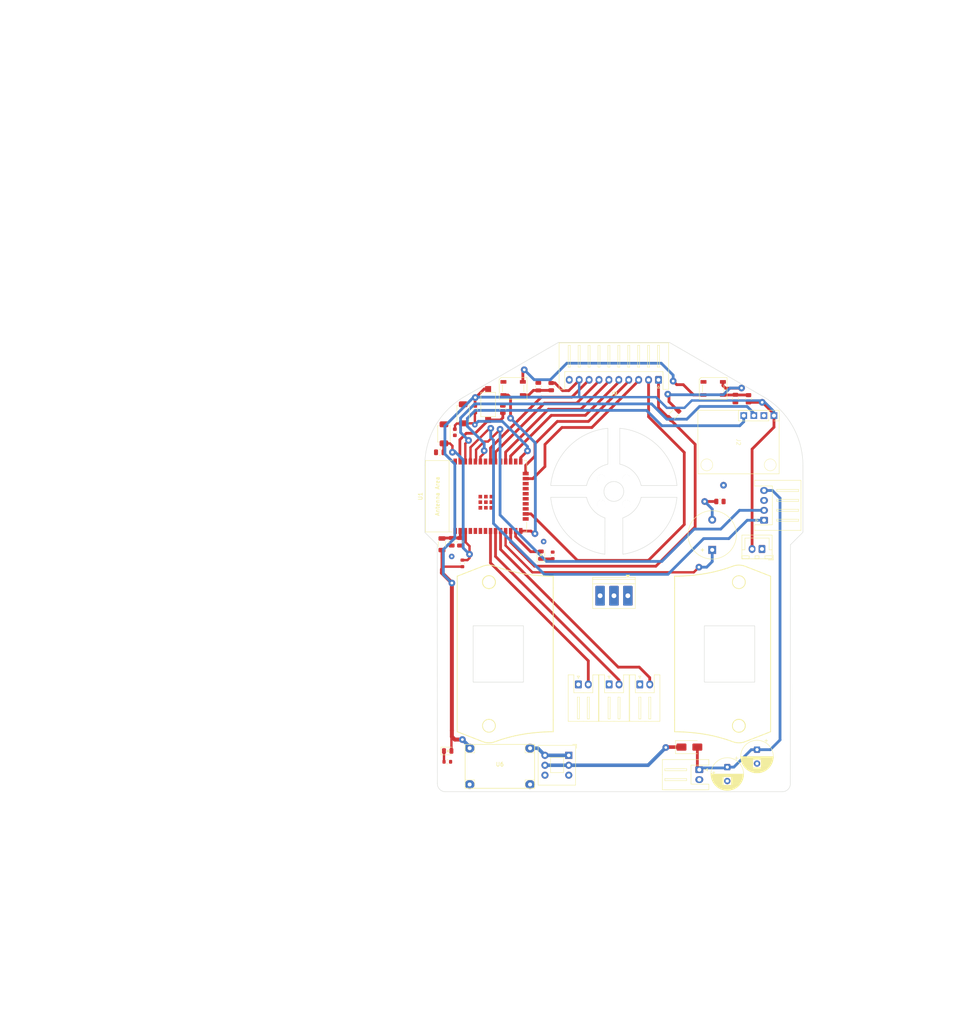
<source format=kicad_pcb>
(kicad_pcb (version 20241229) (generator "pcbnew") (generator_version "9.0")
  (layers (0 "F.Cu" signal) (2 "B.Cu" signal) (13 "F.Paste" user) (15 "B.Paste" user) (5 "F.SilkS" user "F.Silkscreen") (7 "B.SilkS" user "B.Silkscreen") (1 "F.Mask" user) (3 "B.Mask" user) (25 "Edge.Cuts" user))
  (net 0 "")
  (net 1 "Net-(BZ1--)")
  (net 2 "Net-(D2-VDD)")
  (net 3 "/Vb")
  (net 4 "GND")
  (net 5 "/VDD_ESP")
  (net 6 "+3.3V")
  (net 7 "/EN")
  (net 8 "/BOOT")
  (net 9 "/VM")
  (net 10 "Net-(D3-VDD)")
  (net 11 "/LED_RGB")
  (net 12 "Net-(D6-K)")
  (net 13 "/LED_BLUE")
  (net 14 "/SCL")
  (net 15 "/SDA")
  (net 16 "/CurrESC1&2")
  (net 17 "/Data_S3")
  (net 18 "/Data_1aux")
  (net 19 "/Data_S0")
  (net 20 "/Data_SIG")
  (net 21 "/Data_S1")
  (net 22 "/Data_2aux")
  (net 23 "/Data_S2")
  (net 24 "/Data_EN")
  (net 25 "/ESC_1")
  (net 26 "/ESC_2")
  (net 27 "/ESC_3")
  (net 28 "/TX")
  (net 29 "/RX")
  (net 30 "/BUZ")
  (net 31 "/BUTTON")
  (net 37 "Net-(D4-K)")
  (net 40 "/CurrESC2")
  (net 42 "/D_LED1")
  (net 43 "/Enc1")
  (net 44 "/Enc2")
  (net 46 "Net-(U6-IN)")
  (net 49 "/D_LED2")
  (footprint "MountingHole:MountingHole_2.2mm_M2" (layer "F.Cu") (at 103.318019 165.531981 90)
    (property "Reference" "H9" (hide yes))
    (property "Value" "M2" (hide yes))
  )
  (footprint "MountingHole:MountingHole_3mm" (layer "F.Cu") (at 147.75 234.725)
    (property "Reference" "H12" (hide yes))
    (property "Value" "M3")
  )
  (footprint "Resistor_SMD:R_1206_3216Metric" (layer "F.Cu") (at 63.15 175.63 -90)
    (property "Reference" "JP1" (hide yes))
    (property "Value" "ESP_JP")
  )
  (footprint "MixLib:MPU6050_Module" (layer "F.Cu") (at 137.6325 149.2775 -90)
    (property "Reference" "J2")
    (property "Value" "MPU6050")
  )
  (footprint "Connector_JST:JST_XH_S2B-XH-A_1x02_P2.50mm_Horizontal" (layer "F.Cu") (at 97.55 210.95)
    (property "Reference" "J12" (hide yes))
    (property "Value" "ESC3")
  )
  (footprint "Resistor_SMD:R_0603_1608Metric" (layer "F.Cu") (at 64.5 230.45)
    (property "Reference" "R7" (hide yes))
    (property "Value" "4.7k")
  )
  (footprint "TerminalBlock_Phoenix:TerminalBlock_Phoenix_PT-1,5-3-3.5-H_1x03_P3.50mm_Horizontal" (layer "F.Cu") (at 110.025 188.6 180)
    (property "Reference" "ESC_3" (hide yes))
    (property "Value" "TerminalBlock_Phoenix_PT-1,5-3-3.5-H_1x03_P3.50mm_Horizontal" (hide yes))
  )
  (footprint "Resistor_SMD:R_0805_2012Metric" (layer "F.Cu") (at 140.45 138.95 -90)
    (property "Reference" "R1" (hide yes))
    (property "Value" "330")
  )
  (footprint "Resistor_SMD:R_0603_1608Metric" (layer "F.Cu") (at 91.07 178.43 90)
    (property "Reference" "R6" (hide yes))
    (property "Value" "1k")
  )
  (footprint "Connector_JST:JST_XH_S10B-XH-A_1x10_P2.50mm_Horizontal" (layer "F.Cu") (at 117.75 134.195 180)
    (property "Reference" "J9")
    (property "Value" "Sensors")
  )
  (footprint "MountingHole:MountingHole_2.2mm_M2" (layer "F.Cu") (at 103.318019 159.168019 180)
    (property "Reference" "H8" (hide yes))
    (property "Value" "M2" (hide yes))
  )
  (footprint "MountingHole:MountingHole_3mm" (layer "F.Cu") (at 75 221.379263)
    (property "Reference" "H2" (hide yes))
    (property "Value" "M3" (hide yes))
  )
  (footprint "Connector_JST:JST_XH_S2B-XH-A_1x02_P2.50mm_Horizontal" (layer "F.Cu") (at 128.045 232.45 -90)
    (property "Reference" "J4")
    (property "Value" "LiPo")
  )
  (footprint "MixLib:SW_Push_SPST_NO_Alps_SKRK_Handsolder" (layer "F.Cu") (at 63.65 147.8 90)
    (property "Reference" "SW2" (hide yes))
    (property "Value" "EN_Push")
  )
  (footprint "LED_SMD:LED_WS2812B_PLCC4_5.0x5.0mm_P3.2mm" (layer "F.Cu") (at 81.1 136.35 180)
    (property "Reference" "D3" (hide yes))
    (property "Value" "WS2812B")
  )
  (footprint "MixLib:SW_Push_SPST_NO_Alps_SKRK_Handsolder" (layer "F.Cu") (at 68.5 142.75 90)
    (property "Reference" "SW3" (hide yes))
    (property "Value" "Boot_Push")
  )
  (footprint "Connector_JST:JST_XH_S2B-XH-A_1x02_P2.50mm_Horizontal" (layer "F.Cu") (at 105.3 210.95)
    (property "Reference" "J11" (hide yes))
    (property "Value" "ESC2")
  )
  (footprint "PCM_Espressif:ESP32-WROOM-32E" (layer "F.Cu") (at 73.51 163.525 90)
    (property "Reference" "U1")
    (property "Value" "ESP32-WROOM-32E" (hide yes))
  )
  (footprint "Capacitor_SMD:C_0805_2012Metric" (layer "F.Cu") (at 62.6 152.45 180)
    (property "Reference" "C7" (hide yes))
    (property "Value" "1uF")
  )
  (footprint "Capacitor_THT:CP_Radial_D8.0mm_P3.50mm" (layer "F.Cu") (at 142.6 227.397349 -90)
    (property "Reference" "C2" (hide yes))
    (property "Value" "100uF")
  )
  (footprint "Connector_JST:JST_XH_B2B-XH-A_1x02_P2.50mm_Vertical" (layer "F.Cu") (at 143.85 176.825 180)
    (property "Reference" "J1" (hide yes))
    (property "Value" "PW")
  )
  (footprint "Resistor_SMD:R_1206_3216Metric" (layer "F.Cu") (at 121.6 142.9)
    (property "Reference" "JP2" (hide yes))
    (property "Value" "LED_JP")
  )
  (footprint "MountingHole:MountingHole_3mm" (layer "F.Cu") (at 123.98 130.69)
    (property "Reference" "H6" (hide yes))
    (property "Value" "M3" (hide yes))
  )
  (footprint "Capacitor_SMD:C_0805_2012Metric" (layer "F.Cu") (at 67.7 175 -90)
    (property "Reference" "C4" (hide yes))
    (property "Value" "100nF")
  )
  (footprint "MountingHole:MountingHole_3mm" (layer "F.Cu") (at 138 185.1793)
    (property "Reference" "H3" (hide yes))
    (property "Value" "M3" (hide yes))
  )
  (footprint "Buzzer_Beeper:Buzzer_12x9.5RM7.6" (layer "F.Cu") (at 131.3 177.05 90)
    (property "Reference" "BZ1" (hide yes))
    (property "Value" "Buzzer" (hide yes))
  )
  (footprint "Capacitor_SMD:C_0805_2012Metric" (layer "F.Cu") (at 137.15 138.9 -90)
    (property "Reference" "C6" (hide yes))
    (property "Value" "100nF")
  )
  (footprint "Connector_JST:JST_XH_S4B-XH-A_1x04_P2.50mm_Horizontal" (layer "F.Cu") (at 144.375 169.575 90)
    (property "Reference" "J14" (hide yes))
    (property "Value" "UART_Out" (hide yes))
  )
  (footprint "" (layer "F.Cu") (at 88.8 174.95)
    (property "Reference" "")
    (property "Value" "")
  )
  (footprint "MixLib:Mini360_step-down" (layer "F.Cu") (at 77.75 231.6 180)
    (property "Reference" "U6")
    (property "Value" "CN3903")
  )
  (footprint "MixLib:MagicAlonso_Red_Mod_23.5mm" (layer "F.Cu") (at 135.27 206.179262 180)
    (property "Reference" "REF**" (hide yes))
    (property "Value" "MagicAlonso_Red_Mod_23.5mm" (hide yes))
    (fp_rect (start -6.75 -4.2) (end 5.95 10) (stroke (width 0.1)) (fill no) (layer "Edge.Cuts"))
  )
  (footprint "Resistor_SMD:R_0805_2012Metric" (layer "F.Cu") (at 133.25 164.85)
    (property "Reference" "R4" (hide yes))
    (property "Value" "330")
  )
  (footprint "Capacitor_SMD:C_0805_2012Metric" (layer "F.Cu") (at 65.6 175 -90)
    (property "Reference" "C3" (hide yes))
    (property "Value" "22uF")
  )
  (footprint "LED_SMD:LED_WS2812B_PLCC4_5.0x5.0mm_P3.2mm" (layer "F.Cu") (at 131.55 136.35 180)
    (property "Reference" "D2" (hide yes))
    (property "Value" "WS2812B")
  )
  (footprint "MixLib:LED_0805_2012Metric" (layer "F.Cu") (at 88.12 178.53 90)
    (property "Reference" "D6" (hide yes))
    (property "Value" "LED_BLUE")
  )
  (footprint "Capacitor_SMD:C_0805_2012Metric" (layer "F.Cu") (at 87.45 135.9 90)
    (property "Reference" "C24" (hide yes))
    (property "Value" "100nF")
  )
  (footprint "Button_Switch_SMD:SW_SPST_CK_RS282G05A3" (layer "F.Cu") (at 74.8 140.4 -90)
    (property "Reference" "SW4" (hide yes))
    (property "Value" "BUTTON_Push")
  )
  (footprint "MixLib:LED_0805_2012Metric" (layer "F.Cu") (at 64.45 227.75)
    (property "Reference" "D4" (hide yes))
    (property "Value" "LED_ON")
  )
  (footprint "" (layer "F.Cu") (at 134.15 160.75)
    (property "Reference" "")
    (property "Value" "")
  )
  (footprint "Resistor_SMD:R_0603_1608Metric" (layer "F.Cu") (at 68.3 180.45 -90)
    (property "Reference" "R2" (hide yes))
    (property "Value" "10k")
  )
  (footprint "MountingHole:MountingHole_3mm" (layer "F.Cu") (at 88.98 130.69)
    (property "Reference" "H5" (hide yes))
    (property "Value" "M3" (hide yes))
  )
  (footprint "Resistor_SMD:R_0805_2012Metric" (layer "F.Cu") (at 78.5 141.6 -90)
    (property "Reference" "R9" (hide yes))
    (property "Value" "10k")
  )
  (footprint "Connector_JST:JST_XH_S2B-XH-A_1x02_P2.50mm_Horizontal" (layer "F.Cu") (at 113.05 210.95)
    (property "Reference" "J10" (hide yes))
    (property "Value" "ESC1")
  )
  (footprint "MixLib:MagicAlonso_Red_Mod_23.5mm" (layer "F.Cu") (at 77.75 200.375002)
    (property "Reference" "REF**" (hide yes))
    (property "Value" "MagicAlonso_Red_Mod_23.5mm" (hide yes))
    (fp_rect (start -6.75 -4.2) (end 5.95 10) (stroke (width 0.1)) (fill no) (layer "Edge.Cuts"))
  )
  (footprint "MountingHole:MountingHole_2.2mm_M2" (layer "F.Cu") (at 109.681981 165.531981 90)
    (property "Reference" "H10" (hide yes))
    (property "Value" "M2" (hide yes))
  )
  (footprint "Button_Switch_THT:SW_Push_2P2T_Toggle_CK_PVA2OAH5xxxxxxV2" (layer "F.Cu") (at 95.1225 228.8275 -90)
    (property "Reference" "SW1" (hide yes))
    (property "Value" "Power_SW" (hide yes))
  )
  (footprint "" (layer "F.Cu") (at 65.6 178.7)
    (property "Reference" "")
    (property "Value" "")
  )
  (footprint "Diode_SMD:D_SMA" (layer "F.Cu") (at 125.55 226.75)
    (property "Reference" "D1" (hide yes))
    (property "Value" "SS14")
  )
  (footprint "Resistor_SMD:R_0603_1608Metric" (layer "F.Cu") (at 71.55 141.65 90)
    (property "Reference" "R3" (hide yes))
    (property "Value" "10k")
  )
  (footprint "MountingHole:MountingHole_3mm" (layer "F.Cu") (at 65.25 234.75)
    (property "Reference" "H11" (hide yes))
    (property "Value" "M3")
  )
  (footprint "MountingHole:MountingHole_2.2mm_M2" (layer "F.Cu") (at 109.681981 159.168019 180)
    (property "Reference" "H7" (hide yes))
    (property "Value" "M2" (hide yes))
  )
  (footprint "Capacitor_THT:CP_Radial_D8.0mm_P3.50mm" (layer "F.Cu") (at 135.1 231.8 -90)
    (property "Reference" "C28" (hide yes))
    (property "Value" "470uF")
  )
  (footprint "Capacitor_SMD:C_0603_1608Metric" (layer "F.Cu") (at 66.4 147.4 -90)
    (property "Reference" "C8" (hide yes))
    (property "Value" "100nF")
  )
  (footprint "Resistor_SMD:R_0805_2012Metric" (layer "F.Cu") (at 90.7 135.9 90)
    (property "Reference" "R5" (hide yes))
    (property "Value" "330")
  )
  (footprint "MountingHole:MountingHole_3mm" (layer "F.Cu") (at 75 185.179263)
    (property "Reference" "H1" (hide yes))
    (property "Value" "M3" (hide yes))
  )
  (footprint "MountingHole:MountingHole_3mm" (layer "F.Cu") (at 138 221.379263)
    (property "Reference" "H4" (hide yes))
    (property "Value" "M3" (hide yes))
  )
  (gr_line (start 64 238) (end 149 238) (stroke (width 0.1)) (layer "Edge.Cuts"))
  (gr_line (start 113.366774 160.814023) (end 122.412879 160.814023) (stroke (width 0.1)) (layer "Edge.Cuts"))
  (gr_arc (start 113.36677 163.814031) (mid 111.735558 167.005809) (end 108.743467 168.97956) (stroke (width 0.1)) (layer "Edge.Cuts"))
  (gr_arc (start 144.187086 138.426812) (mid 151.499995 145.750003) (end 154.173364 155.789147) (stroke (width 0.1)) (layer "Edge.Cuts"))
  (gr_line (start 120.51 124.76) (end 144.187086 138.426812) (stroke (width 0.1)) (layer "Edge.Cuts"))
  (gr_line (start 104.243467 168.979601) (end 104.226746 178.142471) (stroke (width 0.1)) (layer "Edge.Cuts"))
  (gr_circle (center 103.311486 165.496012) (end 104.311486 165.496012) (stroke (width 0.1)) (fill no) (layer "Edge.Cuts"))
  (gr_line (start 90.574057 160.814034) (end 99.620162 160.814034) (stroke (width 0.1)) (layer "Edge.Cuts"))
  (gr_arc (start 90.574567 160.813984) (mid 95.187391 151.0074) (end 104.993972 146.394572) (stroke (width 0.1)) (layer "Edge.Cuts"))
  (gr_circle (center 109.675448 159.13205) (end 110.675448 159.13205) (stroke (width 0.1)) (fill no) (layer "Edge.Cuts"))
  (gr_line (start 154.173364 155.789147) (end 154.171768 172.608132) (stroke (width 0.1)) (layer "Edge.Cuts"))
  (gr_arc (start 64 238) (mid 62.585786 237.414214) (end 62 236.000993) (stroke (width 0.1)) (layer "Edge.Cuts"))
  (gr_line (start 107.993467 146.394618) (end 107.993467 155.440723) (stroke (width 0.1)) (layer "Edge.Cuts"))
  (gr_line (start 104.993466 146.394572) (end 104.993466 155.440677) (stroke (width 0.1)) (layer "Edge.Cuts"))
  (gr_line (start 108.743466 168.97956) (end 108.760254 178.142458) (stroke (width 0.1)) (layer "Edge.Cuts"))
  (gr_line (start 61.9701 175.75) (end 58.828232 172.638229) (stroke (width 0.1)) (layer "Edge.Cuts"))
  (gr_line (start 92.51 124.76) (end 68.808428 138.429401) (stroke (width 0.1)) (layer "Edge.Cuts"))
  (gr_circle (center 109.675448 165.496012) (end 110.675448 165.496012) (stroke (width 0.1)) (fill no) (layer "Edge.Cuts"))
  (gr_arc (start 58.826631 155.741285) (mid 61.5 145.75) (end 68.808428 138.429401) (stroke (width 0.1)) (layer "Edge.Cuts"))
  (gr_line (start 151 236.000993) (end 151.0299 175.75) (stroke (width 0.1)) (layer "Edge.Cuts"))
  (gr_circle (center 106.493467 162.314031) (end 108.993467 162.314031) (stroke (width 0.1)) (fill no) (layer "Edge.Cuts"))
  (gr_line (start 90.574059 163.814024) (end 99.620164 163.814024) (stroke (width 0.1)) (layer "Edge.Cuts"))
  (gr_line (start 92.51 124.76) (end 120.51 124.76) (stroke (width 0.1)) (layer "Edge.Cuts"))
  (gr_line (start 62 236.000993) (end 61.9701 175.75) (stroke (width 0.1)) (layer "Edge.Cuts"))
  (gr_arc (start 104.226746 178.142471) (mid 94.917203 173.344335) (end 90.574059 163.814024) (stroke (width 0.1)) (layer "Edge.Cuts"))
  (gr_arc (start 151 236.000993) (mid 150.414214 237.414214) (end 149 238) (stroke (width 0.1)) (layer "Edge.Cuts"))
  (gr_line (start 151.0299 175.75) (end 154.171768 172.608132) (stroke (width 0.1)) (layer "Edge.Cuts"))
  (gr_circle (center 103.311486 159.13205) (end 104.311486 159.13205) (stroke (width 0.1)) (fill no) (layer "Edge.Cuts"))
  (gr_arc (start 107.993467 155.440723) (mid 111.468023 157.339469) (end 113.366775 160.814023) (stroke (width 0.1)) (layer "Edge.Cuts"))
  (gr_arc (start 99.620162 160.814031) (mid 101.518921 157.339472) (end 104.99346 155.440677) (stroke (width 0.1)) (layer "Edge.Cuts"))
  (gr_arc (start 104.243467 168.979601) (mid 101.251369 167.005839) (end 99.620164 163.814039) (stroke (width 0.1)) (layer "Edge.Cuts"))
  (gr_arc (start 107.993467 146.394618) (mid 117.80005 151.007443) (end 122.412879 160.814023) (stroke (width 0.1)) (layer "Edge.Cuts"))
  (gr_arc (start 122.412875 163.814031) (mid 118.069761 173.344304) (end 108.760278 178.142458) (stroke (width 0.1)) (layer "Edge.Cuts"))
  (gr_line (start 113.36677 163.814031) (end 122.412875 163.814031) (stroke (width 0.1)) (layer "Edge.Cuts"))
  (gr_line (start 58.826631 155.741285) (end 58.828232 172.638229) (stroke (width 0.1)) (layer "Edge.Cuts"))
  (segment (start 129.4 164.85) (end 132.3375 164.85) (width 0.7) (layer "F.Cu") (net 1))
  (via (at 129.4 164.85) (size 1.7) (drill 0.7) (layers "F.Cu" "B.Cu") (net 1))
  (segment (start 131.3 166.75) (end 129.4 164.85) (width 0.7) (layer "B.Cu") (net 1))
  (segment (start 131.3 169.45) (end 131.3 166.75) (width 0.7) (layer "B.Cu") (net 1))
  (segment (start 140.2625 138) (end 140.45 138.1875) (width 0.7) (layer "F.Cu") (net 2))
  (segment (start 134 138) (end 140.2625 138) (width 0.7) (layer "F.Cu") (net 2))
  (segment (start 119.7 226.75) (end 119.6 226.85) (width 0.9) (layer "F.Cu") (net 3))
  (segment (start 123.55 226.75) (end 119.7 226.75) (width 0.9) (layer "F.Cu") (net 3))
  (via (at 119.6 226.85) (size 1.7) (drill 0.7) (layers "F.Cu" "B.Cu") (net 3))
  (segment (start 89.1225 231.3275) (end 95.1225 231.3275) (width 0.9) (layer "B.Cu") (net 3))
  (segment (start 115.1225 231.3275) (end 95.1225 231.3275) (width 0.9) (layer "B.Cu") (net 3))
  (segment (start 119.6 226.85) (end 115.1225 231.3275) (width 0.9) (layer "B.Cu") (net 3))
  (segment (start 63.2675 174.05) (end 63.15 174.1675) (width 0.7) (layer "F.Cu") (net 5))
  (segment (start 67.7 174.05) (end 65.6 174.05) (width 0.7) (layer "F.Cu") (net 5))
  (segment (start 67.77 173.98) (end 67.7 174.05) (width 0.7) (layer "F.Cu") (net 5))
  (segment (start 65.6 174.05) (end 63.2675 174.05) (width 0.7) (layer "F.Cu") (net 5))
  (segment (start 67.77 172.275) (end 67.77 173.98) (width 0.7) (layer "F.Cu") (net 5))
  (segment (start 63.15 181.95) (end 63.15 179.05) (width 0.7) (layer "F.Cu") (net 6))
  (segment (start 141.35 176.825) (end 141.35 151.65) (width 0.7) (layer "F.Cu") (net 6))
  (segment (start 93.55 136.9) (end 95.15 136.9) (width 0.7) (layer "F.Cu") (net 6))
  (segment (start 65.65 185.4) (end 65.65 185.35) (width 1) (layer "F.Cu") (net 6))
  (segment (start 143.95 139.85) (end 140.4625 139.85) (width 0.7) (layer "F.Cu") (net 6))
  (segment (start 71.55 140.825) (end 71.5 140.775) (width 0.7) (layer "F.Cu") (net 6))
  (segment (start 71.5 138.8) (end 73.8 136.5) (width 0.7) (layer "F.Cu") (net 6))
  (segment (start 65.65 222.55) (end 65.5375 222.6625) (width 0.6) (layer "F.Cu") (net 6))
  (segment (start 68.3 181.275) (end 63.15 181.275) (width 0.6) (layer "F.Cu") (net 6))
  (segment (start 66.3875 224.85) (end 65.65 224.1125) (width 1) (layer "F.Cu") (net 6))
  (segment (start 95.15 136.9) (end 97.75 134.3) (width 0.7) (layer "F.Cu") (net 6))
  (segment (start 146.075 146.925) (end 146.8725 146.1275) (width 0.7) (layer "F.Cu") (net 6))
  (segment (start 63.15 179.05) (end 63.15 177.0925) (width 0.7) (layer "F.Cu") (net 6))
  (segment (start 68.3 224.85) (end 66.3875 224.85) (width 1) (layer "F.Cu") (net 6))
  (segment (start 144.3 140.2) (end 146.8725 142.7725) (width 0.7) (layer "F.Cu") (net 6))
  (segment (start 97.75 134.3) (end 97.75 134.195) (width 0.7) (layer "F.Cu") (net 6))
  (segment (start 63.15 182.85) (end 63.15 181.95) (width 1) (layer "F.Cu") (net 6))
  (segment (start 65.65 185.35) (end 63.15 182.85) (width 1) (layer "F.Cu") (net 6))
  (segment (start 71.5 140.775) (end 71.5 138.8) (width 0.7) (layer "F.Cu") (net 6))
  (segment (start 65.65 222.55) (end 65.65 185.4) (width 1) (layer "F.Cu") (net 6))
  (segment (start 140.4625 139.85) (end 140.45 139.8625) (width 0.7) (layer "F.Cu") (net 6))
  (segment (start 90.7 134.9875) (end 91.6375 134.9875) (width 0.7) (layer "F.Cu") (net 6))
  (segment (start 65.5375 222.6625) (end 65.5375 227.73) (width 0.6) (layer "F.Cu") (net 6))
  (segment (start 63.15 181.275) (end 63.15 177.0925) (width 0.6) (layer "F.Cu") (net 6))
  (segment (start 65.65 224.1125) (end 65.65 222.55) (width 1) (layer "F.Cu") (net 6))
  (segment (start 141.35 151.65) (end 146.075 146.925) (width 0.7) (layer "F.Cu") (net 6))
  (segment (start 144.3 140.2) (end 143.95 139.85) (width 0.7) (layer "F.Cu") (net 6))
  (segment (start 146.8725 146.1275) (end 146.8725 143.1975) (width 0.7) (layer "F.Cu") (net 6))
  (segment (start 91.6375 134.9875) (end 93.55 136.9) (width 0.7) (layer "F.Cu") (net 6))
  (segment (start 146.8725 142.7725) (end 146.8725 143.1975) (width 0.7) (layer "F.Cu") (net 6))
  (segment (start 73.8 136.5) (end 74.8 136.5) (width 0.7) (layer "F.Cu") (net 6))
  (via (at 143.9 139.85) (size 1.7) (drill 0.7) (layers "F.Cu" "B.Cu") (net 6))
  (via (at 68.3 224.85) (size 1.7) (drill 0.7) (layers "F.Cu" "B.Cu") (net 6))
  (via (at 71.55 138.65) (size 1.7) (drill 0.7) (layers "F.Cu" "B.Cu") (net 6))
  (via (at 65.65 185.4) (size 1.7) (drill 0.7) (layers "F.Cu" "B.Cu") (net 6))
  (segment (start 71.55 138.65) (end 71.65 138.55) (width 0.7) (layer "B.Cu") (net 6))
  (segment (start 65.65 185.4) (end 63.5 183.25) (width 0.7) (layer "B.Cu") (net 6))
  (segment (start 70.13 227.03) (end 70.13 226.68) (width 0.6) (layer "B.Cu") (net 6))
  (segment (start 88.3 138.55) (end 97.75 138.55) (width 0.6) (layer "B.Cu") (net 6))
  (segment (start 146.8725 142.1225) (end 146.8725 143.1975) (width 0.6) (layer "B.Cu") (net 6))
  (segment (start 63.5 183.25) (end 63.5 176.95) (width 0.7) (layer "B.Cu") (net 6))
  (segment (start 66.4 155.4) (end 63.9 152.9) (width 0.7) (layer "B.Cu") (net 6))
  (segment (start 63.9 152.9) (end 63.9 145.8) (width 0.7) (layer "B.Cu") (net 6))
  (segment (start 97.75 138.55) (end 117.15 138.55) (width 0.6) (layer "B.Cu") (net 6))
  (segment (start 66.4 174.05) (end 66.4 155.4) (width 0.7) (layer "B.Cu") (net 6))
  (segment (start 144.15 139.4) (end 146.8725 142.1225) (width 0.6) (layer "B.Cu") (net 6))
  (segment (start 70.13 226.68) (end 68.3 224.85) (width 0.9) (layer "B.Cu") (net 6))
  (segment (start 117.15 138.55) (end 119.85 141.25) (width 0.6) (layer "B.Cu") (net 6))
  (segment (start 126.15 139.4) (end 144.15 139.4) (width 0.6) (layer "B.Cu") (net 6))
  (segment (start 97.75 134.195) (end 97.75 138.55) (width 0.6) (layer "B.Cu") (net 6))
  (segment (start 119.85 141.25) (end 124.3 141.25) (width 0.6) (layer "B.Cu") (net 6))
  (segment (start 124.3 141.25) (end 126.15 139.4) (width 0.6) (layer "B.Cu") (net 6))
  (segment (start 63.5 176.95) (end 66.4 174.05) (width 0.7) (layer "B.Cu") (net 6))
  (segment (start 71.05 138.65) (end 71.55 138.65) (width 0.7) (layer "B.Cu") (net 6))
  (segment (start 63.9 145.8) (end 71.05 138.65) (width 0.7) (layer "B.Cu") (net 6))
  (segment (start 71.65 138.55) (end 88.3 138.55) (width 0.7) (layer "B.Cu") (net 6))
  (segment (start 70.1 179.1) (end 70.1 178.15) (width 0.6) (layer "F.Cu") (net 7))
  (segment (start 68.3 179.625) (end 69.575 179.625) (width 0.6) (layer "F.Cu") (net 7))
  (segment (start 63.55 152.45) (end 63.55 150.3) (width 0.6) (layer "F.Cu") (net 7))
  (segment (start 69.15 175.15) (end 69.15 172.385) (width 0.6) (layer "F.Cu") (net 7))
  (segment (start 69.575 179.625) (end 70.1 179.1) (width 0.6) (layer "F.Cu") (net 7))
  (segment (start 65.15 150.2) (end 65.787804 150.837804) (width 0.6) (layer "F.Cu") (net 7))
  (segment (start 70.1 176.1) (end 69.15 175.15) (width 0.6) (layer "F.Cu") (net 7))
  (segment (start 69.15 172.385) (end 69.04 172.275) (width 0.6) (layer "F.Cu") (net 7))
  (segment (start 63.65 150.2) (end 65.15 150.2) (width 0.6) (layer "F.Cu") (net 7))
  (segment (start 65.787804 150.837804) (end 65.787804 152.432606) (width 0.6) (layer "F.Cu") (net 7))
  (segment (start 70.1 178.15) (end 70.1 176.1) (width 0.6) (layer "F.Cu") (net 7))
  (segment (start 65.77041 152.45) (end 65.787804 152.432606) (width 0.7) (layer "F.Cu") (net 7))
  (segment (start 63.55 150.3) (end 63.65 150.2) (width 0.7) (layer "F.Cu") (net 7))
  (via (at 70.1 178.15) (size 1.7) (drill 0.7) (layers "F.Cu" "B.Cu") (net 7))
  (via (at 65.787804 152.432606) (size 1.7) (drill 0.7) (layers "F.Cu" "B.Cu") (net 7))
  (segment (start 66.02041 152.2) (end 66.35 152.2) (width 0.7) (layer "B.Cu") (net 7))
  (segment (start 66.35 152.2) (end 68.5 154.35) (width 0.7) (layer "B.Cu") (net 7))
  (segment (start 68.5 154.35) (end 68.5 176.55) (width 0.7) (layer "B.Cu") (net 7))
  (segment (start 65.787804 152.432606) (end 66.02041 152.2) (width 0.7) (layer "B.Cu") (net 7))
  (segment (start 68.5 176.55) (end 70.1 178.15) (width 0.7) (layer "B.Cu") (net 7))
  (segment (start 83.01 153.79) (end 83.01 154.775) (width 0.7) (layer "F.Cu") (net 8))
  (segment (start 71.2 145.5) (end 70.85 145.15) (width 0.6) (layer "F.Cu") (net 8))
  (segment (start 71.45 145.5) (end 71.2 145.5) (width 0.6) (layer "F.Cu") (net 8))
  (segment (start 68.45 145.2) (end 68.5 145.15) (width 0.6) (layer "F.Cu") (net 8))
  (segment (start 71.45 145.5) (end 71.45 142.575) (width 0.6) (layer "F.Cu") (net 8))
  (segment (start 66.45 145.65) (end 66.9 145.2) (width 0.6) (layer "F.Cu") (net 8))
  (segment (start 71.45 142.575) (end 71.55 142.475) (width 0.6) (layer "F.Cu") (net 8))
  (segment (start 70.85 145.15) (end 68.5 145.15) (width 0.6) (layer "F.Cu") (net 8))
  (segment (start 84.725 152.075) (end 83.01 153.79) (width 0.7) (layer "F.Cu") (net 8))
  (segment (start 66.45 146.575) (end 66.45 145.65) (width 0.6) (layer "F.Cu") (net 8))
  (segment (start 66.9 145.2) (end 68.45 145.2) (width 0.6) (layer "F.Cu") (net 8))
  (segment (start 66.4 146.625) (end 66.45 146.575) (width 0.6) (layer "F.Cu") (net 8))
  (via (at 84.725 152.075) (size 1.7) (drill 0.7) (layers "F.Cu" "B.Cu") (net 8))
  (via (at 71.45 145.5) (size 1.4) (drill 0.55) (layers "F.Cu" "B.Cu") (net 8))
  (segment (start 71.45 145.5) (end 72.3 144.65) (width 0.7) (layer "B.Cu") (net 8))
  (segment (start 78.375 144.65) (end 84.725 151) (width 0.7) (layer "B.Cu") (net 8))
  (segment (start 72.3 144.65) (end 78.375 144.65) (width 0.7) (layer "B.Cu") (net 8))
  (segment (start 84.725 151) (end 84.725 152.075) (width 0.7) (layer "B.Cu") (net 8))
  (segment (start 127.55 231.955) (end 128.045 232.45) (width 0.7) (layer "F.Cu") (net 9))
  (segment (start 127.55 226.75) (end 127.55 231.955) (width 0.7) (layer "F.Cu") (net 9))
  (segment (start 141.152651 227.397349) (end 142.6 227.397349) (width 0.7) (layer "B.Cu") (net 9))
  (segment (start 128.045 232.45) (end 128.485264 232.009736) (width 0.7) (layer "B.Cu") (net 9))
  (segment (start 136.75 231.8) (end 141.152651 227.397349) (width 0.7) (layer "B.Cu") (net 9))
  (segment (start 146.475 162.075) (end 148.4 164) (width 0.7) (layer "B.Cu") (net 9))
  (segment (start 128.485264 232.009736) (end 134.890264 232.009736) (width 0.7) (layer "B.Cu") (net 9))
  (segment (start 134.890264 232.009736) (end 135.1 231.8) (width 0.7) (layer "B.Cu") (net 9))
  (segment (start 145.952651 227.397349) (end 142.6 227.397349) (width 0.7) (layer "B.Cu") (net 9))
  (segment (start 148.4 224.95) (end 145.952651 227.397349) (width 0.7) (layer "B.Cu") (net 9))
  (segment (start 135.1 231.8) (end 136.75 231.8) (width 0.7) (layer "B.Cu") (net 9))
  (segment (start 144.375 162.075) (end 146.475 162.075) (width 0.7) (layer "B.Cu") (net 9))
  (segment (start 148.4 164) (end 148.4 224.95) (width 0.7) (layer "B.Cu") (net 9))
  (segment (start 83.55 138) (end 85.05 138) (width 0.7) (layer "F.Cu") (net 10))
  (segment (start 90.6625 136.85) (end 90.7 136.8125) (width 0.7) (layer "F.Cu") (net 10))
  (segment (start 87.45 136.85) (end 90.6625 136.85) (width 0.7) (layer "F.Cu") (net 10))
  (segment (start 85.05 138) (end 86.2 136.85) (width 0.7) (layer "F.Cu") (net 10))
  (segment (start 86.2 136.85) (end 87.45 136.85) (width 0.7) (layer "F.Cu") (net 10))
  (segment (start 80.45 143.85) (end 80.45 138.65) (width 0.7) (layer "F.Cu") (net 11))
  (segment (start 85.6 172.3) (end 83.035 172.3) (width 0.7) (layer "F.Cu") (net 11))
  (segment (start 86.6 172.95) (end 86.25 172.95) (width 0.7) (layer "F.Cu") (net 11))
  (segment (start 83.035 172.3) (end 83.01 172.275) (width 0.7) (layer "F.Cu") (net 11))
  (segment (start 79.8 138) (end 78.65 138) (width 0.7) (layer "F.Cu") (net 11))
  (segment (start 80.45 138.65) (end 79.8 138) (width 0.7) (layer "F.Cu") (net 11))
  (segment (start 86.25 172.95) (end 85.6 172.3) (width 0.7) (layer "F.Cu") (net 11))
  (via (at 80.45 143.85) (size 1.7) (drill 0.7) (layers "F.Cu" "B.Cu") (net 11))
  (via (at 86.6 172.95) (size 1.7) (drill 0.7) (layers "F.Cu" "B.Cu") (net 11))
  (segment (start 86.7 150.1) (end 86.7 172.85) (width 0.7) (layer "B.Cu") (net 11))
  (segment (start 86.7 172.85) (end 86.6 172.95) (width 0.7) (layer "B.Cu") (net 11))
  (segment (start 80.45 143.85) (end 86.7 150.1) (width 0.7) (layer "B.Cu") (net 11))
  (segment (start 91.0075 179.3175) (end 91.07 179.255) (width 0.7) (layer "F.Cu") (net 12))
  (segment (start 88.1 179.3175) (end 91.0075 179.3175) (width 0.7) (layer "F.Cu") (net 12))
  (segment (start 81.74 172.275) (end 81.74 173.725) (width 0.7) (layer "F.Cu") (net 13))
  (segment (start 88.0425 177.5) (end 88.1 177.4425) (width 0.7) (layer "F.Cu") (net 13))
  (segment (start 81.74 173.725) (end 85.515 177.5) (width 0.7) (layer "F.Cu") (net 13))
  (segment (start 85.515 177.5) (end 88.0425 177.5) (width 0.7) (layer "F.Cu") (net 13))
  (segment (start 69.85 149.45) (end 69.04 150.26) (width 0.6) (layer "F.Cu") (net 14))
  (segment (start 69.04 150.26) (end 69.04 154.775) (width 0.6) (layer "F.Cu") (net 14))
  (via (at 69.85 149.45) (size 1.7) (drill 0.7) (layers "F.Cu" "B.Cu") (net 14))
  (segment (start 128.1 140.9) (end 140.1 140.9) (width 0.7) (layer "B.Cu") (net 14))
  (segment (start 124.9 144.1) (end 128.1 140.9) (width 0.7) (layer "B.Cu") (net 14))
  (segment (start 116 140.25) (end 119.85 144.1) (width 0.7) (layer "B.Cu") (net 14))
  (segment (start 69.85 149.45) (end 67.85 147.45) (width 0.7) (layer "B.Cu") (net 14))
  (segment (start 140.1 140.9) (end 141.7925 142.5925) (width 0.7) (layer "B.Cu") (net 14))
  (segment (start 141.7925 142.5925) (end 141.7925 143.1975) (width 0.7) (layer "B.Cu") (net 14))
  (segment (start 119.85 144.1) (end 124.9 144.1) (width 0.7) (layer "B.Cu") (net 14))
  (segment (start 67.85 147.45) (end 67.85 143.8) (width 0.7) (layer "B.Cu") (net 14))
  (segment (start 67.85 143.8) (end 71.4 140.25) (width 0.7) (layer "B.Cu") (net 14))
  (segment (start 71.4 140.25) (end 116 140.25) (width 0.7) (layer "B.Cu") (net 14))
  (segment (start 73.8 152.05) (end 73.8 152.65) (width 0.6) (layer "F.Cu") (net 15))
  (segment (start 73.8 152.65) (end 72.85 153.6) (width 0.6) (layer "F.Cu") (net 15))
  (segment (start 72.85 153.6) (end 72.85 154.775) (width 0.6) (layer "F.Cu") (net 15))
  (via (at 73.8 152.05) (size 1.7) (drill 0.7) (layers "F.Cu" "B.Cu") (net 15))
  (segment (start 73.8 152.05) (end 73.8 150.15) (width 0.7) (layer "B.Cu") (net 15))
  (segment (start 138.25 145.75) (end 139.2525 144.7475) (width 0.7) (layer "B.Cu") (net 15))
  (segment (start 114.727031 141.877031) (end 118.6 145.75) (width 0.7) (layer "B.Cu") (net 15))
  (segment (start 69.55 145.9) (end 69.55 143.9) (width 0.7) (layer "B.Cu") (net 15))
  (segment (start 71.572969 141.877031) (end 114.727031 141.877031) (width 0.7) (layer "B.Cu") (net 15))
  (segment (start 118.6 145.75) (end 138.25 145.75) (width 0.7) (layer "B.Cu") (net 15))
  (segment (start 139.2525 142.65111) (end 139.2525 143.1975) (width 0.7) (layer "B.Cu") (net 15))
  (segment (start 139.2525 144.7475) (end 139.2525 143.1975) (width 0.7) (layer "B.Cu") (net 15))
  (segment (start 69.55 143.9) (end 71.572969 141.877031) (width 0.7) (layer "B.Cu") (net 15))
  (segment (start 73.8 150.15) (end 69.55 145.9) (width 0.7) (layer "B.Cu") (net 15))
  (segment (start 110.25 134.5) (end 110.25 134.195) (width 0.7) (layer "F.Cu") (net 17))
  (segment (start 84.26 155.74) (end 86.6 153.4) (width 0.7) (layer "F.Cu") (net 17))
  (segment (start 86.6 150.3) (end 92.23 144.67) (width 0.7) (layer "F.Cu") (net 17))
  (segment (start 84.26 157.815) (end 84.26 155.74) (width 0.7) (layer "F.Cu") (net 17))
  (segment (start 86.6 153.4) (end 86.6 150.3) (width 0.7) (layer "F.Cu") (net 17))
  (segment (start 92.23 144.67) (end 100.08 144.67) (width 0.7) (layer "F.Cu") (net 17))
  (segment (start 100.08 144.67) (end 110.25 134.5) (width 0.7) (layer "F.Cu") (net 17))
  (segment (start 85.575 167.975) (end 84.26 167.975) (width 0.7) (layer "F.Cu") (net 18))
  (segment (start 115.25 134.195) (end 115.25 143.5) (width 0.7) (layer "F.Cu") (net 18))
  (segment (start 97.3 179.7) (end 85.575 167.975) (width 0.7) (layer "F.Cu") (net 18))
  (segment (start 115.2 179.7) (end 97.3 179.7) (width 0.7) (layer "F.Cu") (net 18))
  (segment (start 115.25 143.5) (end 124.25 152.5) (width 0.7) (layer "F.Cu") (net 18))
  (segment (start 124.25 170.65) (end 115.2 179.7) (width 0.7) (layer "F.Cu") (net 18))
  (segment (start 124.25 152.5) (end 124.25 170.65) (width 0.7) (layer "F.Cu") (net 18))
  (segment (start 102.75 134.45) (end 97.15 140.05) (width 0.7) (layer "F.Cu") (net 19))
  (segment (start 102.75 134.195) (end 102.75 134.45) (width 0.7) (layer "F.Cu") (net 19))
  (segment (start 97.15 140.08) (end 88.97 140.08) (width 0.7) (layer "F.Cu") (net 19))
  (segment (start 97.15 140.05) (end 97.15 140.08) (width 0.7) (layer "F.Cu") (net 19))
  (segment (start 88.97 140.08) (end 76.66 152.39) (width 0.7) (layer "F.Cu") (net 19))
  (segment (start 76.66 152.39) (end 76.66 154.775) (width 0.7) (layer "F.Cu") (net 19))
  (segment (start 112.75 134.195) (end 112.75 134.4) (width 0.7) (layer "F.Cu") (net 20))
  (segment (start 93.4 146.2) (end 89.125 150.475) (width 0.7) (layer "F.Cu") (net 20))
  (segment (start 89.125 156.025) (end 86.065 159.085) (width 0.7) (layer "F.Cu") (net 20))
  (segment (start 89.125 150.475) (end 89.125 156.025) (width 0.7) (layer "F.Cu") (net 20))
  (segment (start 86.065 159.085) (end 84.26 159.085) (width 0.7) (layer "F.Cu") (net 20))
  (segment (start 100.95 146.2) (end 93.4 146.2) (width 0.7) (layer "F.Cu") (net 20))
  (segment (start 112.75 134.4) (end 100.95 146.2) (width 0.7) (layer "F.Cu") (net 20))
  (segment (start 105.25 134.195) (end 105.25 134.55) (width 0.7) (layer "F.Cu") (net 21))
  (segment (start 105.25 134.55) (end 98.35 141.45) (width 0.7) (layer "F.Cu") (net 21))
  (segment (start 89.99 141.61) (end 79.2 152.4) (width 0.7) (layer "F.Cu") (net 21))
  (segment (start 98.19 141.61) (end 89.99 141.61) (width 0.7) (layer "F.Cu") (net 21))
  (segment (start 79.2 152.4) (end 79.2 154.775) (width 0.7) (layer "F.Cu") (net 21))
  (segment (start 98.35 141.45) (end 98.19 141.61) (width 0.7) (layer "F.Cu") (net 21))
  (segment (start 117.1 181.15) (end 86.5 181.15) (width 0.7) (layer "F.Cu") (net 22))
  (segment (start 86.5 181.15) (end 80.47 175.12) (width 0.7) (layer "F.Cu") (net 22))
  (segment (start 80.47 175.12) (end 80.47 172.275) (width 0.7) (layer "F.Cu") (net 22))
  (segment (start 127 171.25) (end 117.1 181.15) (width 0.7) (layer "F.Cu") (net 22))
  (segment (start 127 150.45) (end 127 171.25) (width 0.7) (layer "F.Cu") (net 22))
  (segment (start 117.75 134.195) (end 117.75 141.2) (width 0.7) (layer "F.Cu") (net 22))
  (segment (start 117.75 141.2) (end 127 150.45) (width 0.7) (layer "F.Cu") (net 22))
  (segment (start 90.71 143.14) (end 90.544224 143.305776) (width 0.7) (layer "F.Cu") (net 23))
  (segment (start 107.75 134.195) (end 107.75 134.7) (width 0.7) (layer "F.Cu") (net 23))
  (segment (start 99.31 143.14) (end 90.71 143.14) (width 0.7) (layer "F.Cu") (net 23))
  (segment (start 80.47 153.38) (end 80.47 154.775) (width 0.7) (layer "F.Cu") (net 23))
  (segment (start 90.544224 143.305776) (end 80.47 153.38) (width 0.7) (layer "F.Cu") (net 23))
  (segment (start 107.75 134.7) (end 99.31 143.14) (width 0.7) (layer "F.Cu") (net 23))
  (segment (start 95.9 138.55) (end 88.2 138.55) (width 0.7) (layer "F.Cu") (net 24))
  (segment (start 100.25 134.2) (end 95.9 138.55) (width 0.7) (layer "F.Cu") (net 24))
  (segment (start 88.2 138.55) (end 75.39 151.36) (width 0.7) (layer "F.Cu") (net 24))
  (segment (start 100.25 134.195) (end 100.25 134.2) (width 0.7) (layer "F.Cu") (net 24))
  (segment (start 75.39 151.36) (end 75.39 154.775) (width 0.7) (layer "F.Cu") (net 24))
  (segment (start 107.6 206.6) (end 77.93 176.93) (width 0.7) (layer "F.Cu") (net 25))
  (segment (start 77.93 176.93) (end 77.93 172.275) (width 0.7) (layer "F.Cu") (net 25))
  (segment (start 115.55 209.25) (end 112.9 206.6) (width 0.7) (layer "F.Cu") (net 25))
  (segment (start 115.55 210.95) (end 115.55 209.25) (width 0.7) (layer "F.Cu") (net 25))
  (segment (start 112.9 206.6) (end 107.6 206.6) (width 0.7) (layer "F.Cu") (net 25))
  (segment (start 107.8 210.95) (end 107.8 209.85) (width 0.7) (layer "F.Cu") (net 26))
  (segment (start 76.66 178.71) (end 76.66 172.275) (width 0.7) (layer "F.Cu") (net 26))
  (segment (start 107.8 209.85) (end 76.66 178.71) (width 0.7) (layer "F.Cu") (net 26))
  (segment (start 75.39 180.34) (end 100.05 205) (width 0.7) (layer "F.Cu") (net 27))
  (segment (start 100.05 205) (end 100.05 210.955) (width 0.7) (layer "F.Cu") (net 27))
  (segment (start 75.39 172.275) (end 75.39 180.34) (width 0.7) (layer "F.Cu") (net 27))
  (segment (start 77.8 146.65) (end 77.8 146.7) (width 0.6) (layer "F.Cu") (net 28))
  (segment (start 71.751 151.799) (end 71.751 154.604) (width 0.6) (layer "F.Cu") (net 28))
  (segment (start 73.8 149.75) (end 71.751 151.799) (width 0.6) (layer "F.Cu") (net 28))
  (segment (start 74.75 149.75) (end 73.8 149.75) (width 0.6) (layer "F.Cu") (net 28))
  (segment (start 77.8 146.7) (end 74.75 149.75) (width 0.6) (layer "F.Cu") (net 28))
  (segment (start 71.751 154.604) (end 71.58 154.775) (width 0.6) (layer "F.Cu") (net 28))
  (via (at 77.8 146.65) (size 1.7) (drill 0.7) (layers "F.Cu" "B.Cu") (net 28))
  (segment (start 77.8 168.25) (end 89.5 179.95) (width 0.7) (layer "B.Cu") (net 28))
  (segment (start 89.5 179.95) (end 118.6 179.95) (width 0.7) (layer "B.Cu") (net 28))
  (segment (start 126.75 171.8) (end 133.45 171.8) (width 0.7) (layer "B.Cu") (net 28))
  (segment (start 77.8 146.65) (end 77.8 168.25) (width 0.7) (layer "B.Cu") (net 28))
  (segment (start 118.6 179.95) (end 126.75 171.8) (width 0.7) (layer "B.Cu") (net 28))
  (segment (start 138.175 167.075) (end 144.375 167.075) (width 0.7) (layer "B.Cu") (net 28))
  (segment (start 133.45 171.8) (end 138.175 167.075) (width 0.7) (layer "B.Cu") (net 28))
  (segment (start 75.45 146.4) (end 75.15 146.4) (width 0.6) (layer "F.Cu") (net 29))
  (segment (start 75.15 146.4) (end 70.35 151.2) (width 0.6) (layer "F.Cu") (net 29))
  (segment (start 70.35 153.9) (end 70.31 153.94) (width 0.6) (layer "F.Cu") (net 29))
  (segment (start 70.31 153.94) (end 70.31 154.775) (width 0.6) (layer "F.Cu") (net 29))
  (segment (start 70.35 151.2) (end 70.35 153.9) (width 0.6) (layer "F.Cu") (net 29))
  (via (at 75.45 146.4) (size 1.7) (drill 0.7) (layers "F.Cu" "B.Cu") (net 29))
  (segment (start 75.45 146.4) (end 75.45 148.7) (width 0.7) (layer "B.Cu") (net 29))
  (segment (start 76.15 170.4) (end 88.95 183.2) (width 0.7) (layer "B.Cu") (net 29))
  (segment (start 135.5 174.2) (end 140.125 169.575) (width 0.7) (layer "B.Cu") (net 29))
  (segment (start 76.15 149.4) (end 76.15 170.4) (width 0.7) (layer "B.Cu") (net 29))
  (segment (start 75.45 148.7) (end 76.15 149.4) (width 0.7) (layer "B.Cu") (net 29))
  (segment (start 120.15 183.2) (end 129.15 174.2) (width 0.7) (layer "B.Cu") (net 29))
  (segment (start 88.95 183.2) (end 120.15 183.2) (width 0.7) (layer "B.Cu") (net 29))
  (segment (start 129.15 174.2) (end 135.5 174.2) (width 0.7) (layer "B.Cu") (net 29))
  (segment (start 140.125 169.575) (end 144.375 169.575) (width 0.7) (layer "B.Cu") (net 29))
  (segment (start 127.95 181.4) (end 126.65 182.7) (width 0.6) (layer "F.Cu") (net 30))
  (segment (start 79.2 175.95) (end 79.2 172.275) (width 0.6) (layer "F.Cu") (net 30))
  (segment (start 85.95 182.7) (end 79.2 175.95) (width 0.6) (layer "F.Cu") (net 30))
  (segment (start 126.65 182.7) (end 85.95 182.7) (width 0.6) (layer "F.Cu") (net 30))
  (via (at 127.95 181.4) (size 1.7) (drill 0.7) (layers "F.Cu" "B.Cu") (net 30))
  (segment (start 127.95 181.4) (end 129.9 181.4) (width 0.7) (layer "B.Cu") (net 30))
  (segment (start 131.3 180) (end 131.3 177.05) (width 0.7) (layer "B.Cu") (net 30))
  (segment (start 129.9 181.4) (end 131.3 180) (width 0.7) (layer "B.Cu") (net 30))
  (segment (start 78.5 143.75) (end 78.5 142.5125) (width 0.7) (layer "F.Cu") (net 31))
  (segment (start 67.77 154.775) (end 67.673306 154.678306) (width 0.7) (layer "F.Cu") (net 31))
  (segment (start 74.8 144.3) (end 77.95 144.3) (width 0.7) (layer "F.Cu") (net 31))
  (segment (start 77.95 144.3) (end 78.5 143.75) (width 0.7) (layer "F.Cu") (net 31))
  (segment (start 69.3 147.65) (end 71.55 147.65) (width 0.7) (layer "F.Cu") (net 31))
  (segment (start 67.673306 154.678306) (end 67.673306 149.276694) (width 0.7) (layer "F.Cu") (net 31))
  (segment (start 74.8 144.4) (end 74.8 144.3) (width 0.7) (layer "F.Cu") (net 31))
  (segment (start 67.673306 149.276694) (end 69.3 147.65) (width 0.7) (layer "F.Cu") (net 31))
  (segment (start 71.55 147.65) (end 74.8 144.4) (width 0.7) (layer "F.Cu") (net 31))
  (segment (start 63.6625 230.4375) (end 63.675 230.45) (width 0.6) (layer "F.Cu") (net 37))
  (segment (start 63.6625 227.73) (end 63.6625 230.4375) (width 0.6) (layer "F.Cu") (net 37))
  (segment (start 122.35 135.4) (end 124 135.4) (width 0.7) (layer "F.Cu") (net 42))
  (segment (start 126.6 138) (end 129.1 138) (width 0.7) (layer "F.Cu") (net 42))
  (segment (start 83.55 132) (end 83.9 131.65) (width 0.7) (layer "F.Cu") (net 42))
  (segment (start 124 135.4) (end 126.6 138) (width 0.7) (layer "F.Cu") (net 42))
  (segment (start 121.45 134.5) (end 122.35 135.4) (width 0.7) (layer "F.Cu") (net 42))
  (segment (start 83.55 134.7) (end 83.55 132) (width 0.7) (layer "F.Cu") (net 42))
  (via (at 83.9 131.65) (size 1.7) (drill 0.7) (layers "F.Cu" "B.Cu") (net 42))
  (via (at 121.45 134.5) (size 1.7) (drill 0.7) (layers "F.Cu" "B.Cu") (net 42))
  (segment (start 121.45 133) (end 118.45 130) (width 0.7) (layer "B.Cu") (net 42))
  (segment (start 94.65 130) (end 90.5 134.15) (width 0.7) (layer "B.Cu") (net 42))
  (segment (start 86.4 134.15) (end 83.9 131.65) (width 0.7) (layer "B.Cu") (net 42))
  (segment (start 121.45 134.5) (end 121.45 133) (width 0.7) (layer "B.Cu") (net 42))
  (segment (start 90.5 134.15) (end 86.4 134.15) (width 0.7) (layer "B.Cu") (net 42))
  (segment (start 118.45 130) (end 94.65 130) (width 0.7) (layer "B.Cu") (net 42))
  (segment (start 87.325 227.03) (end 89.1225 228.8275) (width 0.9) (layer "B.Cu") (net 46))
  (segment (start 89.1225 228.8275) (end 95.1225 228.8275) (width 0.9) (layer "B.Cu") (net 46))
  (segment (start 85.37 227.03) (end 87.325 227.03) (width 0.9) (layer "B.Cu") (net 46))
  (segment (start 120.1 137.8) (end 120.4 138.1) (width 0.7) (layer "F.Cu") (net 49))
  (segment (start 120.4 139.7) (end 122.565857 141.865857) (width 0.7) (layer "F.Cu") (net 49))
  (segment (start 138.7 136.25) (end 138.65 136.3) (width 0.7) (layer "F.Cu") (net 49))
  (segment (start 120.4 138.1) (end 120.4 139.7) (width 0.7) (layer "F.Cu") (net 49))
  (segment (start 134.65 136.3) (end 134 135.65) (width 0.7) (layer "F.Cu") (net 49))
  (segment (start 122.565857 141.865857) (end 122.634143 141.865857) (width 0.7) (layer "F.Cu") (net 49))
  (segment (start 138.65 136.3) (end 134.65 136.3) (width 0.7) (layer "F.Cu") (net 49))
  (segment (start 134 135.65) (end 134 134.7) (width 0.7) (layer "F.Cu") (net 49))
  (via (at 120.1 137.8) (size 1.7) (drill 0.7) (layers "F.Cu" "B.Cu") (net 49))
  (via (at 138.7 136.25) (size 1.7) (drill 0.7) (layers "F.Cu" "B.Cu") (net 49))
  (segment (start 120.1 137.8) (end 120.25 137.95) (width 0.7) (layer "B.Cu") (net 49))
  (segment (start 120.25 137.95) (end 134.1 137.95) (width 0.7) (layer "B.Cu") (net 49))
  (segment (start 135.8 136.25) (end 138.7 136.25) (width 0.7) (layer "B.Cu") (net 49))
  (segment (start 134.1 137.95) (end 135.8 136.25) (width 0.7) (layer "B.Cu") (net 49))
)
</source>
